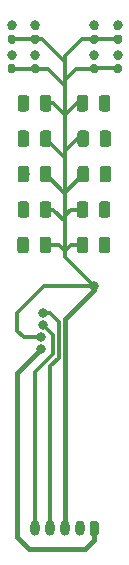
<source format=gtl>
G04 #@! TF.GenerationSoftware,KiCad,Pcbnew,(5.1.10)-1*
G04 #@! TF.CreationDate,2021-09-22T20:54:56-07:00*
G04 #@! TF.ProjectId,project,70726f6a-6563-4742-9e6b-696361645f70,rev?*
G04 #@! TF.SameCoordinates,Original*
G04 #@! TF.FileFunction,Copper,L1,Top*
G04 #@! TF.FilePolarity,Positive*
%FSLAX46Y46*%
G04 Gerber Fmt 4.6, Leading zero omitted, Abs format (unit mm)*
G04 Created by KiCad (PCBNEW (5.1.10)-1) date 2021-09-22 20:54:56*
%MOMM*%
%LPD*%
G01*
G04 APERTURE LIST*
G04 #@! TA.AperFunction,ComponentPad*
%ADD10O,0.800000X1.300000*%
G04 #@! TD*
G04 #@! TA.AperFunction,ViaPad*
%ADD11C,0.800000*%
G04 #@! TD*
G04 #@! TA.AperFunction,Conductor*
%ADD12C,0.304800*%
G04 #@! TD*
G04 #@! TA.AperFunction,Conductor*
%ADD13C,0.254000*%
G04 #@! TD*
G04 #@! TA.AperFunction,Conductor*
%ADD14C,0.406400*%
G04 #@! TD*
G04 APERTURE END LIST*
D10*
X201000000Y-92000000D03*
X202250000Y-92000000D03*
X203500000Y-92000000D03*
X204750000Y-92000000D03*
G04 #@! TA.AperFunction,ComponentPad*
G36*
G01*
X206400000Y-91550000D02*
X206400000Y-92450000D01*
G75*
G02*
X206200000Y-92650000I-200000J0D01*
G01*
X205800000Y-92650000D01*
G75*
G02*
X205600000Y-92450000I0J200000D01*
G01*
X205600000Y-91550000D01*
G75*
G02*
X205800000Y-91350000I200000J0D01*
G01*
X206200000Y-91350000D01*
G75*
G02*
X206400000Y-91550000I0J-200000D01*
G01*
G37*
G04 #@! TD.AperFunction*
G04 #@! TA.AperFunction,SMDPad,CuDef*
G36*
G01*
X206387500Y-56456250D02*
X206387500Y-55543750D01*
G75*
G02*
X206631250Y-55300000I243750J0D01*
G01*
X207118750Y-55300000D01*
G75*
G02*
X207362500Y-55543750I0J-243750D01*
G01*
X207362500Y-56456250D01*
G75*
G02*
X207118750Y-56700000I-243750J0D01*
G01*
X206631250Y-56700000D01*
G75*
G02*
X206387500Y-56456250I0J243750D01*
G01*
G37*
G04 #@! TD.AperFunction*
G04 #@! TA.AperFunction,SMDPad,CuDef*
G36*
G01*
X204512500Y-56456250D02*
X204512500Y-55543750D01*
G75*
G02*
X204756250Y-55300000I243750J0D01*
G01*
X205243750Y-55300000D01*
G75*
G02*
X205487500Y-55543750I0J-243750D01*
G01*
X205487500Y-56456250D01*
G75*
G02*
X205243750Y-56700000I-243750J0D01*
G01*
X204756250Y-56700000D01*
G75*
G02*
X204512500Y-56456250I0J243750D01*
G01*
G37*
G04 #@! TD.AperFunction*
G04 #@! TA.AperFunction,SMDPad,CuDef*
G36*
G01*
X200487500Y-55543750D02*
X200487500Y-56456250D01*
G75*
G02*
X200243750Y-56700000I-243750J0D01*
G01*
X199756250Y-56700000D01*
G75*
G02*
X199512500Y-56456250I0J243750D01*
G01*
X199512500Y-55543750D01*
G75*
G02*
X199756250Y-55300000I243750J0D01*
G01*
X200243750Y-55300000D01*
G75*
G02*
X200487500Y-55543750I0J-243750D01*
G01*
G37*
G04 #@! TD.AperFunction*
G04 #@! TA.AperFunction,SMDPad,CuDef*
G36*
G01*
X202362500Y-55543750D02*
X202362500Y-56456250D01*
G75*
G02*
X202118750Y-56700000I-243750J0D01*
G01*
X201631250Y-56700000D01*
G75*
G02*
X201387500Y-56456250I0J243750D01*
G01*
X201387500Y-55543750D01*
G75*
G02*
X201631250Y-55300000I243750J0D01*
G01*
X202118750Y-55300000D01*
G75*
G02*
X202362500Y-55543750I0J-243750D01*
G01*
G37*
G04 #@! TD.AperFunction*
G04 #@! TA.AperFunction,SMDPad,CuDef*
G36*
G01*
X206387500Y-68456250D02*
X206387500Y-67543750D01*
G75*
G02*
X206631250Y-67300000I243750J0D01*
G01*
X207118750Y-67300000D01*
G75*
G02*
X207362500Y-67543750I0J-243750D01*
G01*
X207362500Y-68456250D01*
G75*
G02*
X207118750Y-68700000I-243750J0D01*
G01*
X206631250Y-68700000D01*
G75*
G02*
X206387500Y-68456250I0J243750D01*
G01*
G37*
G04 #@! TD.AperFunction*
G04 #@! TA.AperFunction,SMDPad,CuDef*
G36*
G01*
X204512500Y-68456250D02*
X204512500Y-67543750D01*
G75*
G02*
X204756250Y-67300000I243750J0D01*
G01*
X205243750Y-67300000D01*
G75*
G02*
X205487500Y-67543750I0J-243750D01*
G01*
X205487500Y-68456250D01*
G75*
G02*
X205243750Y-68700000I-243750J0D01*
G01*
X204756250Y-68700000D01*
G75*
G02*
X204512500Y-68456250I0J243750D01*
G01*
G37*
G04 #@! TD.AperFunction*
G04 #@! TA.AperFunction,SMDPad,CuDef*
G36*
G01*
X200463139Y-67541646D02*
X200463139Y-68454146D01*
G75*
G02*
X200219389Y-68697896I-243750J0D01*
G01*
X199731889Y-68697896D01*
G75*
G02*
X199488139Y-68454146I0J243750D01*
G01*
X199488139Y-67541646D01*
G75*
G02*
X199731889Y-67297896I243750J0D01*
G01*
X200219389Y-67297896D01*
G75*
G02*
X200463139Y-67541646I0J-243750D01*
G01*
G37*
G04 #@! TD.AperFunction*
G04 #@! TA.AperFunction,SMDPad,CuDef*
G36*
G01*
X202338139Y-67541646D02*
X202338139Y-68454146D01*
G75*
G02*
X202094389Y-68697896I-243750J0D01*
G01*
X201606889Y-68697896D01*
G75*
G02*
X201363139Y-68454146I0J243750D01*
G01*
X201363139Y-67541646D01*
G75*
G02*
X201606889Y-67297896I243750J0D01*
G01*
X202094389Y-67297896D01*
G75*
G02*
X202338139Y-67541646I0J-243750D01*
G01*
G37*
G04 #@! TD.AperFunction*
G04 #@! TA.AperFunction,SMDPad,CuDef*
G36*
G01*
X206387500Y-65456250D02*
X206387500Y-64543750D01*
G75*
G02*
X206631250Y-64300000I243750J0D01*
G01*
X207118750Y-64300000D01*
G75*
G02*
X207362500Y-64543750I0J-243750D01*
G01*
X207362500Y-65456250D01*
G75*
G02*
X207118750Y-65700000I-243750J0D01*
G01*
X206631250Y-65700000D01*
G75*
G02*
X206387500Y-65456250I0J243750D01*
G01*
G37*
G04 #@! TD.AperFunction*
G04 #@! TA.AperFunction,SMDPad,CuDef*
G36*
G01*
X204512500Y-65456250D02*
X204512500Y-64543750D01*
G75*
G02*
X204756250Y-64300000I243750J0D01*
G01*
X205243750Y-64300000D01*
G75*
G02*
X205487500Y-64543750I0J-243750D01*
G01*
X205487500Y-65456250D01*
G75*
G02*
X205243750Y-65700000I-243750J0D01*
G01*
X204756250Y-65700000D01*
G75*
G02*
X204512500Y-65456250I0J243750D01*
G01*
G37*
G04 #@! TD.AperFunction*
G04 #@! TA.AperFunction,SMDPad,CuDef*
G36*
G01*
X200487500Y-64543750D02*
X200487500Y-65456250D01*
G75*
G02*
X200243750Y-65700000I-243750J0D01*
G01*
X199756250Y-65700000D01*
G75*
G02*
X199512500Y-65456250I0J243750D01*
G01*
X199512500Y-64543750D01*
G75*
G02*
X199756250Y-64300000I243750J0D01*
G01*
X200243750Y-64300000D01*
G75*
G02*
X200487500Y-64543750I0J-243750D01*
G01*
G37*
G04 #@! TD.AperFunction*
G04 #@! TA.AperFunction,SMDPad,CuDef*
G36*
G01*
X202362500Y-64543750D02*
X202362500Y-65456250D01*
G75*
G02*
X202118750Y-65700000I-243750J0D01*
G01*
X201631250Y-65700000D01*
G75*
G02*
X201387500Y-65456250I0J243750D01*
G01*
X201387500Y-64543750D01*
G75*
G02*
X201631250Y-64300000I243750J0D01*
G01*
X202118750Y-64300000D01*
G75*
G02*
X202362500Y-64543750I0J-243750D01*
G01*
G37*
G04 #@! TD.AperFunction*
G04 #@! TA.AperFunction,SMDPad,CuDef*
G36*
G01*
X206450000Y-62456250D02*
X206450000Y-61543750D01*
G75*
G02*
X206693750Y-61300000I243750J0D01*
G01*
X207181250Y-61300000D01*
G75*
G02*
X207425000Y-61543750I0J-243750D01*
G01*
X207425000Y-62456250D01*
G75*
G02*
X207181250Y-62700000I-243750J0D01*
G01*
X206693750Y-62700000D01*
G75*
G02*
X206450000Y-62456250I0J243750D01*
G01*
G37*
G04 #@! TD.AperFunction*
G04 #@! TA.AperFunction,SMDPad,CuDef*
G36*
G01*
X204575000Y-62456250D02*
X204575000Y-61543750D01*
G75*
G02*
X204818750Y-61300000I243750J0D01*
G01*
X205306250Y-61300000D01*
G75*
G02*
X205550000Y-61543750I0J-243750D01*
G01*
X205550000Y-62456250D01*
G75*
G02*
X205306250Y-62700000I-243750J0D01*
G01*
X204818750Y-62700000D01*
G75*
G02*
X204575000Y-62456250I0J243750D01*
G01*
G37*
G04 #@! TD.AperFunction*
G04 #@! TA.AperFunction,SMDPad,CuDef*
G36*
G01*
X200487500Y-61543750D02*
X200487500Y-62456250D01*
G75*
G02*
X200243750Y-62700000I-243750J0D01*
G01*
X199756250Y-62700000D01*
G75*
G02*
X199512500Y-62456250I0J243750D01*
G01*
X199512500Y-61543750D01*
G75*
G02*
X199756250Y-61300000I243750J0D01*
G01*
X200243750Y-61300000D01*
G75*
G02*
X200487500Y-61543750I0J-243750D01*
G01*
G37*
G04 #@! TD.AperFunction*
G04 #@! TA.AperFunction,SMDPad,CuDef*
G36*
G01*
X202362500Y-61543750D02*
X202362500Y-62456250D01*
G75*
G02*
X202118750Y-62700000I-243750J0D01*
G01*
X201631250Y-62700000D01*
G75*
G02*
X201387500Y-62456250I0J243750D01*
G01*
X201387500Y-61543750D01*
G75*
G02*
X201631250Y-61300000I243750J0D01*
G01*
X202118750Y-61300000D01*
G75*
G02*
X202362500Y-61543750I0J-243750D01*
G01*
G37*
G04 #@! TD.AperFunction*
G04 #@! TA.AperFunction,SMDPad,CuDef*
G36*
G01*
X206450000Y-59456250D02*
X206450000Y-58543750D01*
G75*
G02*
X206693750Y-58300000I243750J0D01*
G01*
X207181250Y-58300000D01*
G75*
G02*
X207425000Y-58543750I0J-243750D01*
G01*
X207425000Y-59456250D01*
G75*
G02*
X207181250Y-59700000I-243750J0D01*
G01*
X206693750Y-59700000D01*
G75*
G02*
X206450000Y-59456250I0J243750D01*
G01*
G37*
G04 #@! TD.AperFunction*
G04 #@! TA.AperFunction,SMDPad,CuDef*
G36*
G01*
X204575000Y-59456250D02*
X204575000Y-58543750D01*
G75*
G02*
X204818750Y-58300000I243750J0D01*
G01*
X205306250Y-58300000D01*
G75*
G02*
X205550000Y-58543750I0J-243750D01*
G01*
X205550000Y-59456250D01*
G75*
G02*
X205306250Y-59700000I-243750J0D01*
G01*
X204818750Y-59700000D01*
G75*
G02*
X204575000Y-59456250I0J243750D01*
G01*
G37*
G04 #@! TD.AperFunction*
G04 #@! TA.AperFunction,SMDPad,CuDef*
G36*
G01*
X200487500Y-58543750D02*
X200487500Y-59456250D01*
G75*
G02*
X200243750Y-59700000I-243750J0D01*
G01*
X199756250Y-59700000D01*
G75*
G02*
X199512500Y-59456250I0J243750D01*
G01*
X199512500Y-58543750D01*
G75*
G02*
X199756250Y-58300000I243750J0D01*
G01*
X200243750Y-58300000D01*
G75*
G02*
X200487500Y-58543750I0J-243750D01*
G01*
G37*
G04 #@! TD.AperFunction*
G04 #@! TA.AperFunction,SMDPad,CuDef*
G36*
G01*
X202362500Y-58543750D02*
X202362500Y-59456250D01*
G75*
G02*
X202118750Y-59700000I-243750J0D01*
G01*
X201631250Y-59700000D01*
G75*
G02*
X201387500Y-59456250I0J243750D01*
G01*
X201387500Y-58543750D01*
G75*
G02*
X201631250Y-58300000I243750J0D01*
G01*
X202118750Y-58300000D01*
G75*
G02*
X202362500Y-58543750I0J-243750D01*
G01*
G37*
G04 #@! TD.AperFunction*
G04 #@! TA.AperFunction,SMDPad,CuDef*
G36*
G01*
X199160000Y-49810000D02*
X198840000Y-49810000D01*
G75*
G02*
X198680000Y-49650000I0J160000D01*
G01*
X198680000Y-49205000D01*
G75*
G02*
X198840000Y-49045000I160000J0D01*
G01*
X199160000Y-49045000D01*
G75*
G02*
X199320000Y-49205000I0J-160000D01*
G01*
X199320000Y-49650000D01*
G75*
G02*
X199160000Y-49810000I-160000J0D01*
G01*
G37*
G04 #@! TD.AperFunction*
G04 #@! TA.AperFunction,SMDPad,CuDef*
G36*
G01*
X199160000Y-50955000D02*
X198840000Y-50955000D01*
G75*
G02*
X198680000Y-50795000I0J160000D01*
G01*
X198680000Y-50350000D01*
G75*
G02*
X198840000Y-50190000I160000J0D01*
G01*
X199160000Y-50190000D01*
G75*
G02*
X199320000Y-50350000I0J-160000D01*
G01*
X199320000Y-50795000D01*
G75*
G02*
X199160000Y-50955000I-160000J0D01*
G01*
G37*
G04 #@! TD.AperFunction*
G04 #@! TA.AperFunction,SMDPad,CuDef*
G36*
G01*
X208160000Y-52310000D02*
X207840000Y-52310000D01*
G75*
G02*
X207680000Y-52150000I0J160000D01*
G01*
X207680000Y-51705000D01*
G75*
G02*
X207840000Y-51545000I160000J0D01*
G01*
X208160000Y-51545000D01*
G75*
G02*
X208320000Y-51705000I0J-160000D01*
G01*
X208320000Y-52150000D01*
G75*
G02*
X208160000Y-52310000I-160000J0D01*
G01*
G37*
G04 #@! TD.AperFunction*
G04 #@! TA.AperFunction,SMDPad,CuDef*
G36*
G01*
X208160000Y-53455000D02*
X207840000Y-53455000D01*
G75*
G02*
X207680000Y-53295000I0J160000D01*
G01*
X207680000Y-52850000D01*
G75*
G02*
X207840000Y-52690000I160000J0D01*
G01*
X208160000Y-52690000D01*
G75*
G02*
X208320000Y-52850000I0J-160000D01*
G01*
X208320000Y-53295000D01*
G75*
G02*
X208160000Y-53455000I-160000J0D01*
G01*
G37*
G04 #@! TD.AperFunction*
G04 #@! TA.AperFunction,SMDPad,CuDef*
G36*
G01*
X201160000Y-52310000D02*
X200840000Y-52310000D01*
G75*
G02*
X200680000Y-52150000I0J160000D01*
G01*
X200680000Y-51705000D01*
G75*
G02*
X200840000Y-51545000I160000J0D01*
G01*
X201160000Y-51545000D01*
G75*
G02*
X201320000Y-51705000I0J-160000D01*
G01*
X201320000Y-52150000D01*
G75*
G02*
X201160000Y-52310000I-160000J0D01*
G01*
G37*
G04 #@! TD.AperFunction*
G04 #@! TA.AperFunction,SMDPad,CuDef*
G36*
G01*
X201160000Y-53455000D02*
X200840000Y-53455000D01*
G75*
G02*
X200680000Y-53295000I0J160000D01*
G01*
X200680000Y-52850000D01*
G75*
G02*
X200840000Y-52690000I160000J0D01*
G01*
X201160000Y-52690000D01*
G75*
G02*
X201320000Y-52850000I0J-160000D01*
G01*
X201320000Y-53295000D01*
G75*
G02*
X201160000Y-53455000I-160000J0D01*
G01*
G37*
G04 #@! TD.AperFunction*
G04 #@! TA.AperFunction,SMDPad,CuDef*
G36*
G01*
X206160000Y-49810000D02*
X205840000Y-49810000D01*
G75*
G02*
X205680000Y-49650000I0J160000D01*
G01*
X205680000Y-49205000D01*
G75*
G02*
X205840000Y-49045000I160000J0D01*
G01*
X206160000Y-49045000D01*
G75*
G02*
X206320000Y-49205000I0J-160000D01*
G01*
X206320000Y-49650000D01*
G75*
G02*
X206160000Y-49810000I-160000J0D01*
G01*
G37*
G04 #@! TD.AperFunction*
G04 #@! TA.AperFunction,SMDPad,CuDef*
G36*
G01*
X206160000Y-50955000D02*
X205840000Y-50955000D01*
G75*
G02*
X205680000Y-50795000I0J160000D01*
G01*
X205680000Y-50350000D01*
G75*
G02*
X205840000Y-50190000I160000J0D01*
G01*
X206160000Y-50190000D01*
G75*
G02*
X206320000Y-50350000I0J-160000D01*
G01*
X206320000Y-50795000D01*
G75*
G02*
X206160000Y-50955000I-160000J0D01*
G01*
G37*
G04 #@! TD.AperFunction*
G04 #@! TA.AperFunction,SMDPad,CuDef*
G36*
G01*
X201160000Y-49810000D02*
X200840000Y-49810000D01*
G75*
G02*
X200680000Y-49650000I0J160000D01*
G01*
X200680000Y-49205000D01*
G75*
G02*
X200840000Y-49045000I160000J0D01*
G01*
X201160000Y-49045000D01*
G75*
G02*
X201320000Y-49205000I0J-160000D01*
G01*
X201320000Y-49650000D01*
G75*
G02*
X201160000Y-49810000I-160000J0D01*
G01*
G37*
G04 #@! TD.AperFunction*
G04 #@! TA.AperFunction,SMDPad,CuDef*
G36*
G01*
X201160000Y-50955000D02*
X200840000Y-50955000D01*
G75*
G02*
X200680000Y-50795000I0J160000D01*
G01*
X200680000Y-50350000D01*
G75*
G02*
X200840000Y-50190000I160000J0D01*
G01*
X201160000Y-50190000D01*
G75*
G02*
X201320000Y-50350000I0J-160000D01*
G01*
X201320000Y-50795000D01*
G75*
G02*
X201160000Y-50955000I-160000J0D01*
G01*
G37*
G04 #@! TD.AperFunction*
G04 #@! TA.AperFunction,SMDPad,CuDef*
G36*
G01*
X206160000Y-52310000D02*
X205840000Y-52310000D01*
G75*
G02*
X205680000Y-52150000I0J160000D01*
G01*
X205680000Y-51705000D01*
G75*
G02*
X205840000Y-51545000I160000J0D01*
G01*
X206160000Y-51545000D01*
G75*
G02*
X206320000Y-51705000I0J-160000D01*
G01*
X206320000Y-52150000D01*
G75*
G02*
X206160000Y-52310000I-160000J0D01*
G01*
G37*
G04 #@! TD.AperFunction*
G04 #@! TA.AperFunction,SMDPad,CuDef*
G36*
G01*
X206160000Y-53455000D02*
X205840000Y-53455000D01*
G75*
G02*
X205680000Y-53295000I0J160000D01*
G01*
X205680000Y-52850000D01*
G75*
G02*
X205840000Y-52690000I160000J0D01*
G01*
X206160000Y-52690000D01*
G75*
G02*
X206320000Y-52850000I0J-160000D01*
G01*
X206320000Y-53295000D01*
G75*
G02*
X206160000Y-53455000I-160000J0D01*
G01*
G37*
G04 #@! TD.AperFunction*
G04 #@! TA.AperFunction,SMDPad,CuDef*
G36*
G01*
X199160000Y-52310000D02*
X198840000Y-52310000D01*
G75*
G02*
X198680000Y-52150000I0J160000D01*
G01*
X198680000Y-51705000D01*
G75*
G02*
X198840000Y-51545000I160000J0D01*
G01*
X199160000Y-51545000D01*
G75*
G02*
X199320000Y-51705000I0J-160000D01*
G01*
X199320000Y-52150000D01*
G75*
G02*
X199160000Y-52310000I-160000J0D01*
G01*
G37*
G04 #@! TD.AperFunction*
G04 #@! TA.AperFunction,SMDPad,CuDef*
G36*
G01*
X199160000Y-53455000D02*
X198840000Y-53455000D01*
G75*
G02*
X198680000Y-53295000I0J160000D01*
G01*
X198680000Y-52850000D01*
G75*
G02*
X198840000Y-52690000I160000J0D01*
G01*
X199160000Y-52690000D01*
G75*
G02*
X199320000Y-52850000I0J-160000D01*
G01*
X199320000Y-53295000D01*
G75*
G02*
X199160000Y-53455000I-160000J0D01*
G01*
G37*
G04 #@! TD.AperFunction*
G04 #@! TA.AperFunction,SMDPad,CuDef*
G36*
G01*
X208160000Y-49810000D02*
X207840000Y-49810000D01*
G75*
G02*
X207680000Y-49650000I0J160000D01*
G01*
X207680000Y-49205000D01*
G75*
G02*
X207840000Y-49045000I160000J0D01*
G01*
X208160000Y-49045000D01*
G75*
G02*
X208320000Y-49205000I0J-160000D01*
G01*
X208320000Y-49650000D01*
G75*
G02*
X208160000Y-49810000I-160000J0D01*
G01*
G37*
G04 #@! TD.AperFunction*
G04 #@! TA.AperFunction,SMDPad,CuDef*
G36*
G01*
X208160000Y-50955000D02*
X207840000Y-50955000D01*
G75*
G02*
X207680000Y-50795000I0J160000D01*
G01*
X207680000Y-50350000D01*
G75*
G02*
X207840000Y-50190000I160000J0D01*
G01*
X208160000Y-50190000D01*
G75*
G02*
X208320000Y-50350000I0J-160000D01*
G01*
X208320000Y-50795000D01*
G75*
G02*
X208160000Y-50955000I-160000J0D01*
G01*
G37*
G04 #@! TD.AperFunction*
D11*
X201658500Y-74809817D03*
X206000000Y-71500000D03*
X201492262Y-75795905D03*
X201500372Y-76795874D03*
X201658500Y-73750000D03*
X199000000Y-49402500D03*
X208000000Y-49402500D03*
X199000000Y-51902500D03*
X206000000Y-51902500D03*
X200000000Y-56000000D03*
X206912500Y-56000000D03*
X200030901Y-59005964D03*
X206937500Y-59000000D03*
X200175000Y-62000000D03*
X206937500Y-62000000D03*
X200000000Y-65000000D03*
X206875000Y-65000000D03*
X199975639Y-67997896D03*
X206875000Y-68000000D03*
X201000000Y-49402500D03*
X206000000Y-49402500D03*
X201000000Y-51902500D03*
X208000000Y-51902500D03*
D12*
X201000000Y-92000000D02*
X201000000Y-78719790D01*
X201000000Y-78719790D02*
X202469790Y-77250000D01*
X202469790Y-77250000D02*
X202469790Y-75621108D01*
X202469790Y-75621108D02*
X202049341Y-75200659D01*
D13*
X202049341Y-75200659D02*
X202250000Y-75401317D01*
X201658500Y-74809817D02*
X202049341Y-75200659D01*
D12*
X206000000Y-50572500D02*
X204927500Y-50572500D01*
X204927500Y-50572500D02*
X203500000Y-52000000D01*
X203500000Y-69000000D02*
X206000000Y-71500000D01*
X199000000Y-50572500D02*
X201000000Y-50572500D01*
X201572500Y-50572500D02*
X203500000Y-52500000D01*
X201000000Y-50572500D02*
X201572500Y-50572500D01*
X203500000Y-52000000D02*
X203500000Y-52500000D01*
X199000000Y-53072500D02*
X201000000Y-53072500D01*
X201000000Y-53072500D02*
X202072500Y-53072500D01*
X202072500Y-53072500D02*
X203500000Y-54500000D01*
X206087500Y-52985000D02*
X206000000Y-53072500D01*
X208000000Y-52985000D02*
X206087500Y-52985000D01*
X204427500Y-53072500D02*
X203500000Y-54000000D01*
X206000000Y-53072500D02*
X204427500Y-53072500D01*
X203500000Y-54000000D02*
X203500000Y-54500000D01*
X203500000Y-52500000D02*
X203500000Y-54000000D01*
X208000000Y-50572500D02*
X206000000Y-50572500D01*
X204500000Y-56000000D02*
X203500000Y-57000000D01*
X205000000Y-56000000D02*
X204500000Y-56000000D01*
X203500000Y-54500000D02*
X203500000Y-57000000D01*
X202500000Y-56000000D02*
X203500000Y-57000000D01*
X201875000Y-56000000D02*
X202500000Y-56000000D01*
X204500000Y-59000000D02*
X203500000Y-60000000D01*
X205062500Y-59000000D02*
X204500000Y-59000000D01*
X203500000Y-57000000D02*
X203500000Y-60000000D01*
X203500000Y-60625000D02*
X203500000Y-61000000D01*
X201875000Y-59000000D02*
X203500000Y-60625000D01*
X203500000Y-60000000D02*
X203500000Y-61000000D01*
X205062500Y-62000000D02*
X203500000Y-63562500D01*
X203437500Y-63562500D02*
X201875000Y-62000000D01*
X203500000Y-63562500D02*
X203437500Y-63562500D01*
X205000000Y-65000000D02*
X204000000Y-65000000D01*
X204000000Y-65000000D02*
X203500000Y-65500000D01*
X203500000Y-61000000D02*
X203500000Y-65500000D01*
X202500000Y-65000000D02*
X203500000Y-66000000D01*
X201875000Y-65000000D02*
X202500000Y-65000000D01*
X203500000Y-65500000D02*
X203500000Y-66000000D01*
X204000000Y-68000000D02*
X203500000Y-68500000D01*
X205000000Y-68000000D02*
X204000000Y-68000000D01*
X203500000Y-68500000D02*
X203500000Y-69000000D01*
X203500000Y-66000000D02*
X203500000Y-68500000D01*
X202997896Y-67997896D02*
X203500000Y-68500000D01*
X201850639Y-67997896D02*
X202997896Y-67997896D01*
X206000000Y-71500000D02*
X201750000Y-71500000D01*
X201750000Y-71500000D02*
X199500000Y-73750000D01*
X199500000Y-75250000D02*
X200045905Y-75795905D01*
X199500000Y-73750000D02*
X199500000Y-75250000D01*
X201492262Y-75795905D02*
X200045905Y-75795905D01*
D14*
X206000000Y-71810420D02*
X206000000Y-71500000D01*
X203530210Y-74280210D02*
X206000000Y-71810420D01*
X203530210Y-91969790D02*
X203500000Y-92000000D01*
X203530210Y-74280210D02*
X203530210Y-91969790D01*
X206000000Y-92000000D02*
X206000000Y-93000000D01*
X206000000Y-93000000D02*
X205250000Y-93750000D01*
X205250000Y-93750000D02*
X200500000Y-93750000D01*
X200500000Y-93750000D02*
X199500000Y-92750000D01*
X199500000Y-78796246D02*
X201500372Y-76795874D01*
X199500000Y-92750000D02*
X199500000Y-78796246D01*
D12*
X202250000Y-78250000D02*
X202250000Y-92000000D01*
X202974600Y-77525400D02*
X202250000Y-78250000D01*
X202974600Y-74500415D02*
X202974600Y-77525400D01*
X202224185Y-73750000D02*
X202974600Y-74500415D01*
X201658500Y-73750000D02*
X202224185Y-73750000D01*
D13*
X199000000Y-49427500D02*
X199000000Y-49402500D01*
X208000000Y-49427500D02*
X208000000Y-49402500D01*
X199000000Y-51927500D02*
X199000000Y-51902500D01*
X206000000Y-51927500D02*
X206000000Y-51902500D01*
D12*
X206875000Y-56000000D02*
X206912500Y-56000000D01*
X200024937Y-59000000D02*
X200030901Y-59005964D01*
X200000000Y-59000000D02*
X200024937Y-59000000D01*
X200000000Y-62000000D02*
X200175000Y-62000000D01*
D13*
X201000000Y-49427500D02*
X201000000Y-49402500D01*
X206000000Y-49427500D02*
X206000000Y-49402500D01*
X201000000Y-51927500D02*
X201000000Y-51902500D01*
X208000000Y-51927500D02*
X208000000Y-51902500D01*
M02*

</source>
